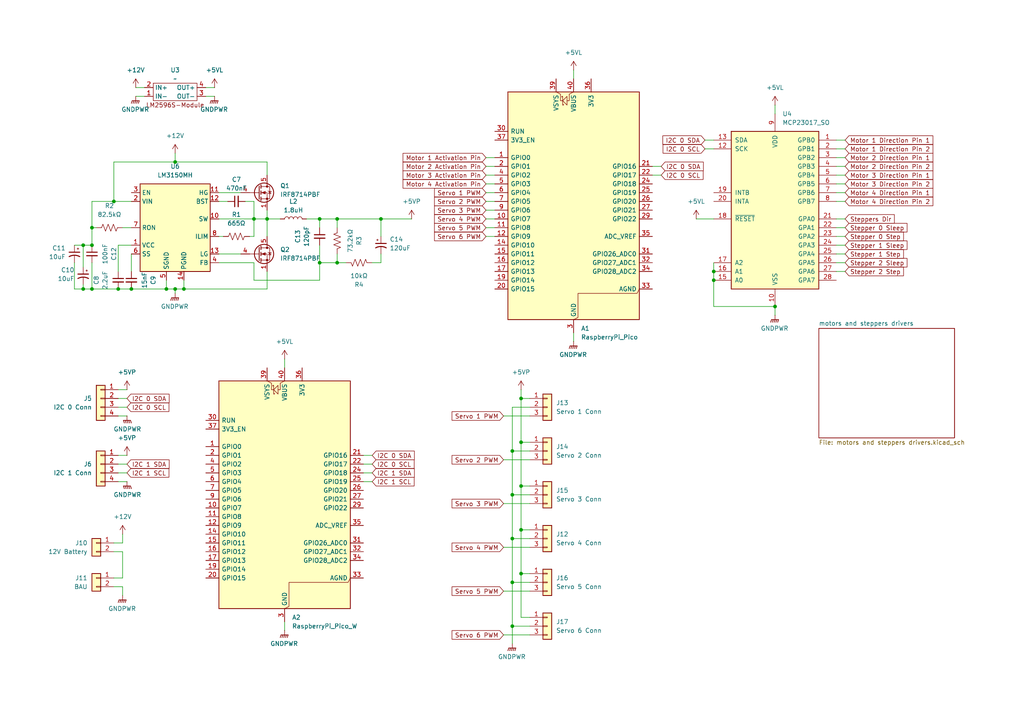
<source format=kicad_sch>
(kicad_sch (version 20250114) (generator "eeschema") (generator_version "9.0")
  (paper "A4")
  (lib_symbols
    (symbol "Connector_Generic:Conn_01x02" (pin_names (offset 1.016) (hide yes))
      (property "Reference" "J" (at 0 2.54 0))
      (property "Value" "Conn_01x02" (at 0 -5.08 0))
      (symbol "Conn_01x02_1_1"
        (rectangle (start -1.27 1.27) (end 1.27 -3.81) (stroke (width 0.254)) (fill (type background)))
        (rectangle (start -1.27 0.127) (end 0 -0.127) (stroke (width 0.1524)))
        (rectangle (start -1.27 -2.413) (end 0 -2.667) (stroke (width 0.1524)))
        (pin passive line (at -5.08 0 0) (length 3.81) (name "Pin_1") (number "1"))
        (pin passive line (at -5.08 -2.54 0) (length 3.81) (name "Pin_2") (number "2"))
      )
    )
    (symbol "Connector_Generic:Conn_01x03" (pin_names (offset 1.016) (hide yes))
      (property "Reference" "J" (at 0 5.08 0))
      (property "Value" "Conn_01x03" (at 0 -5.08 0))
      (symbol "Conn_01x03_1_1"
        (rectangle (start -1.27 3.81) (end 1.27 -3.81) (stroke (width 0.254)) (fill (type background)))
        (rectangle (start -1.27 2.667) (end 0 2.413) (stroke (width 0.1524)))
        (rectangle (start -1.27 0.127) (end 0 -0.127) (stroke (width 0.1524)))
        (rectangle (start -1.27 -2.413) (end 0 -2.667) (stroke (width 0.1524)))
        (pin passive line (at -5.08 2.54 0) (length 3.81) (name "Pin_1") (number "1"))
        (pin passive line (at -5.08 0 0) (length 3.81) (name "Pin_2") (number "2"))
        (pin passive line (at -5.08 -2.54 0) (length 3.81) (name "Pin_3") (number "3"))
      )
    )
    (symbol "Connector_Generic:Conn_01x04" (pin_names (offset 1.016) (hide yes))
      (property "Reference" "J" (at 0 5.08 0))
      (property "Value" "Conn_01x04" (at 0 -7.62 0))
      (symbol "Conn_01x04_1_1"
        (rectangle (start -1.27 3.81) (end 1.27 -6.35) (stroke (width 0.254)) (fill (type background)))
        (rectangle (start -1.27 2.667) (end 0 2.413) (stroke (width 0.1524)))
        (rectangle (start -1.27 0.127) (end 0 -0.127) (stroke (width 0.1524)))
        (rectangle (start -1.27 -2.413) (end 0 -2.667) (stroke (width 0.1524)))
        (rectangle (start -1.27 -4.953) (end 0 -5.207) (stroke (width 0.1524)))
        (pin passive line (at -5.08 2.54 0) (length 3.81) (name "Pin_1") (number "1"))
        (pin passive line (at -5.08 0 0) (length 3.81) (name "Pin_2") (number "2"))
        (pin passive line (at -5.08 -2.54 0) (length 3.81) (name "Pin_3") (number "3"))
        (pin passive line (at -5.08 -5.08 0) (length 3.81) (name "Pin_4") (number "4"))
      )
    )
    (symbol "Device:C_Polarized_Small_US" (pin_numbers (hide yes)) (pin_names (offset 0.254) (hide yes))
      (property "Reference" "C" (at 0.254 1.778 0))
      (property "Value" "C_Polarized_Small_US" (at 0.254 -2.032 0))
      (symbol "C_Polarized_Small_US_0_1"
        (polyline (pts (xy -1.524 0.508) (xy 1.524 0.508)) (stroke (width 0.3048)))
        (polyline (pts (xy -1.27 1.524) (xy -0.762 1.524)))
        (polyline (pts (xy -1.016 1.27) (xy -1.016 1.778)))
        (arc (start -1.524 -0.762) (mid 0 -0.3734) (end 1.524 -0.762) (stroke (width 0.3048)))
      )
      (symbol "C_Polarized_Small_US_1_1"
        (pin passive line (at 0 2.54 270) (length 2.032) (name "~") (number "1"))
        (pin passive line (at 0 -2.54 90) (length 2.032) (name "~") (number "2"))
      )
    )
    (symbol "Device:C_Small" (pin_numbers (hide yes)) (pin_names (offset 0.254) (hide yes))
      (property "Reference" "C" (at 0.254 1.778 0))
      (property "Value" "C_Small" (at 0.254 -2.032 0))
      (symbol "C_Small_0_1"
        (polyline (pts (xy -1.524 0.508) (xy 1.524 0.508)) (stroke (width 0.3048)))
        (polyline (pts (xy -1.524 -0.508) (xy 1.524 -0.508)) (stroke (width 0.3302)))
      )
      (symbol "C_Small_1_1"
        (pin passive line (at 0 2.54 270) (length 2.032) (name "~") (number "1"))
        (pin passive line (at 0 -2.54 90) (length 2.032) (name "~") (number "2"))
      )
    )
    (symbol "Device:L" (pin_numbers (hide yes)) (pin_names (offset 1.016) (hide yes))
      (property "Reference" "L" (at -1.27 0 90))
      (property "Value" "L" (at 1.905 0 90))
      (symbol "L_0_1"
        (arc (start 0 2.54) (mid 0.6323 1.905) (end 0 1.27))
        (arc (start 0 1.27) (mid 0.6323 0.635) (end 0 0))
        (arc (start 0 0) (mid 0.6323 -0.635) (end 0 -1.27))
        (arc (start 0 -1.27) (mid 0.6323 -1.905) (end 0 -2.54))
      )
      (symbol "L_1_1"
        (pin passive line (at 0 3.81 270) (length 1.27) (name "1") (number "1"))
        (pin passive line (at 0 -3.81 90) (length 1.27) (name "2") (number "2"))
      )
    )
    (symbol "Device:R_US" (pin_numbers (hide yes)) (pin_names (offset 0))
      (property "Reference" "R" (at 2.54 0 90))
      (property "Value" "R_US" (at -2.54 0 90))
      (symbol "R_US_0_1"
        (polyline (pts (xy 0 2.286) (xy 0 2.54)))
        (polyline (pts (xy 0 2.286) (xy 1.016 1.905) (xy 0 1.524) (xy -1.016 1.143) (xy 0 0.762)))
        (polyline (pts (xy 0 0.762) (xy 1.016 0.381) (xy 0 0) (xy -1.016 -0.381) (xy 0 -0.762)))
        (polyline (pts (xy 0 -0.762) (xy 1.016 -1.143) (xy 0 -1.524) (xy -1.016 -1.905) (xy 0 -2.286)))
        (polyline (pts (xy 0 -2.286) (xy 0 -2.54)))
      )
      (symbol "R_US_1_1"
        (pin passive line (at 0 3.81 270) (length 1.27) (name "~") (number "1"))
        (pin passive line (at 0 -3.81 90) (length 1.27) (name "~") (number "2"))
      )
    )
    (symbol "Interface_Expansion:MCP23017_SO" (pin_names (offset 1.016))
      (property "Reference" "U" (at -11.43 24.13 0))
      (property "Value" "MCP23017_SO" (at 0 0 0))
      (symbol "MCP23017_SO_0_1"
        (rectangle (start -12.7 22.86) (end 12.7 -22.86) (stroke (width 0.254)) (fill (type background)))
      )
      (symbol "MCP23017_SO_1_1"
        (pin bidirectional line (at -17.78 20.32 0) (length 5.08) (name "SDA") (number "13"))
        (pin input line (at -17.78 17.78 0) (length 5.08) (name "SCK") (number "12"))
        (pin tri_state line (at -17.78 5.08 0) (length 5.08) (name "INTB") (number "19"))
        (pin tri_state line (at -17.78 2.54 0) (length 5.08) (name "INTA") (number "20"))
        (pin input line (at -17.78 -2.54 0) (length 5.08) (name "~{RESET}") (number "18"))
        (pin input line (at -17.78 -15.24 0) (length 5.08) (name "A2") (number "17"))
        (pin input line (at -17.78 -17.78 0) (length 5.08) (name "A1") (number "16"))
        (pin input line (at -17.78 -20.32 0) (length 5.08) (name "A0") (number "15"))
        (pin no_connect line (at -12.7 15.24 0) (length 5.08) (hide yes) (name "NC") (number "11"))
        (pin no_connect line (at -12.7 12.7 0) (length 5.08) (hide yes) (name "NC") (number "14"))
        (pin power_in line (at 0 27.94 270) (length 5.08) (name "VDD") (number "9"))
        (pin power_in line (at 0 -27.94 90) (length 5.08) (name "VSS") (number "10"))
        (pin bidirectional line (at 17.78 20.32 180) (length 5.08) (name "GPB0") (number "1"))
        (pin bidirectional line (at 17.78 17.78 180) (length 5.08) (name "GPB1") (number "2"))
        (pin bidirectional line (at 17.78 15.24 180) (length 5.08) (name "GPB2") (number "3"))
        (pin bidirectional line (at 17.78 12.7 180) (length 5.08) (name "GPB3") (number "4"))
        (pin bidirectional line (at 17.78 10.16 180) (length 5.08) (name "GPB4") (number "5"))
        (pin bidirectional line (at 17.78 7.62 180) (length 5.08) (name "GPB5") (number "6"))
        (pin bidirectional line (at 17.78 5.08 180) (length 5.08) (name "GPB6") (number "7"))
        (pin output line (at 17.78 2.54 180) (length 5.08) (name "GPB7") (number "8"))
        (pin bidirectional line (at 17.78 -2.54 180) (length 5.08) (name "GPA0") (number "21"))
        (pin bidirectional line (at 17.78 -5.08 180) (length 5.08) (name "GPA1") (number "22"))
        (pin bidirectional line (at 17.78 -7.62 180) (length 5.08) (name "GPA2") (number "23"))
        (pin bidirectional line (at 17.78 -10.16 180) (length 5.08) (name "GPA3") (number "24"))
        (pin bidirectional line (at 17.78 -12.7 180) (length 5.08) (name "GPA4") (number "25"))
        (pin bidirectional line (at 17.78 -15.24 180) (length 5.08) (name "GPA5") (number "26"))
        (pin bidirectional line (at 17.78 -17.78 180) (length 5.08) (name "GPA6") (number "27"))
        (pin output line (at 17.78 -20.32 180) (length 5.08) (name "GPA7") (number "28"))
      )
    )
    (symbol "LM2596S-Module:LM2596S-Module"
      (property "Reference" "U" (at 0 3.556 0))
      (symbol "LM2596S-Module_0_1"
        (rectangle (start -6.35 2.54) (end 6.35 -2.54))
      )
      (symbol "LM2596S-Module_1_1"
        (text "LM2596S-Module" (at 0 -3.81 0) (effects (font (size 1.27 1.27))))
        (pin input line (at -8.89 1.27 0) (length 2.54) (name "IN+") (number "2"))
        (pin input line (at -8.89 -1.27 0) (length 2.54) (name "IN-") (number "1"))
        (pin input line (at 8.89 1.27 180) (length 2.54) (name "OUT+") (number "4"))
        (pin input line (at 8.89 -1.27 180) (length 2.54) (name "OUT-") (number "3"))
      )
    )
    (symbol "MCU_Module:RaspberryPi_Pico" (pin_names (offset 0.762))
      (property "Reference" "A" (at -19.05 35.56 0))
      (property "Value" "RaspberryPi_Pico" (at 7.62 35.56 0))
      (symbol "RaspberryPi_Pico_0_1"
        (rectangle (start -19.05 34.29) (end 19.05 -31.75) (stroke (width 0.254)) (fill (type background)))
        (polyline (pts (xy -5.08 34.29) (xy -3.81 33.655) (xy -3.81 31.75) (xy -3.175 31.75)))
        (polyline (pts (xy -3.429 32.766) (xy -3.429 33.02) (xy -3.175 33.02) (xy -3.175 30.48) (xy -2.921 30.48) (xy -2.921 30.734)))
        (polyline (pts (xy -3.175 31.75) (xy -1.905 33.02) (xy -1.905 30.48) (xy -3.175 31.75)))
        (polyline (pts (xy 0 34.29) (xy -1.27 33.655) (xy -1.27 31.75) (xy -1.905 31.75)))
        (polyline (pts (xy 0 -31.75) (xy 1.27 -31.115) (xy 1.27 -24.13) (xy 18.415 -24.13) (xy 19.05 -22.86)))
      )
      (symbol "RaspberryPi_Pico_1_1"
        (pin passive line (at -22.86 22.86 0) (length 3.81) (name "RUN") (number "30"))
        (pin passive line (at -22.86 20.32 0) (length 3.81) (name "3V3_EN") (number "37"))
        (pin bidirectional line (at -22.86 15.24 0) (length 3.81) (name "GPIO0") (number "1"))
        (pin bidirectional line (at -22.86 12.7 0) (length 3.81) (name "GPIO1") (number "2"))
        (pin bidirectional line (at -22.86 10.16 0) (length 3.81) (name "GPIO2") (number "4"))
        (pin bidirectional line (at -22.86 7.62 0) (length 3.81) (name "GPIO3") (number "5"))
        (pin bidirectional line (at -22.86 5.08 0) (length 3.81) (name "GPIO4") (number "6"))
        (pin bidirectional line (at -22.86 2.54 0) (length 3.81) (name "GPIO5") (number "7"))
        (pin bidirectional line (at -22.86 0 0) (length 3.81) (name "GPIO6") (number "9"))
        (pin bidirectional line (at -22.86 -2.54 0) (length 3.81) (name "GPIO7") (number "10"))
        (pin bidirectional line (at -22.86 -5.08 0) (length 3.81) (name "GPIO8") (number "11"))
        (pin bidirectional line (at -22.86 -7.62 0) (length 3.81) (name "GPIO9") (number "12"))
        (pin bidirectional line (at -22.86 -10.16 0) (length 3.81) (name "GPIO10") (number "14"))
        (pin bidirectional line (at -22.86 -12.7 0) (length 3.81) (name "GPIO11") (number "15"))
        (pin bidirectional line (at -22.86 -15.24 0) (length 3.81) (name "GPIO12") (number "16"))
        (pin bidirectional line (at -22.86 -17.78 0) (length 3.81) (name "GPIO13") (number "17"))
        (pin bidirectional line (at -22.86 -20.32 0) (length 3.81) (name "GPIO14") (number "19"))
        (pin bidirectional line (at -22.86 -22.86 0) (length 3.81) (name "GPIO15") (number "20"))
        (pin power_in line (at -5.08 38.1 270) (length 3.81) (name "VSYS") (number "39"))
        (pin power_out line (at 0 38.1 270) (length 3.81) (name "VBUS") (number "40"))
        (pin passive line (at 0 -35.56 90) (length 3.81) (hide yes) (name "GND") (number "13"))
        (pin passive line (at 0 -35.56 90) (length 3.81) (hide yes) (name "GND") (number "18"))
        (pin passive line (at 0 -35.56 90) (length 3.81) (hide yes) (name "GND") (number "23"))
        (pin passive line (at 0 -35.56 90) (length 3.81) (hide yes) (name "GND") (number "28"))
        (pin power_out line (at 0 -35.56 90) (length 3.81) (name "GND") (number "3"))
        (pin passive line (at 0 -35.56 90) (length 3.81) (hide yes) (name "GND") (number "38"))
        (pin passive line (at 0 -35.56 90) (length 3.81) (hide yes) (name "GND") (number "8"))
        (pin power_out line (at 5.08 38.1 270) (length 3.81) (name "3V3") (number "36"))
        (pin bidirectional line (at 22.86 12.7 180) (length 3.81) (name "GPIO16") (number "21"))
        (pin bidirectional line (at 22.86 10.16 180) (length 3.81) (name "GPIO17") (number "22"))
        (pin bidirectional line (at 22.86 7.62 180) (length 3.81) (name "GPIO18") (number "24"))
        (pin bidirectional line (at 22.86 5.08 180) (length 3.81) (name "GPIO19") (number "25"))
        (pin bidirectional line (at 22.86 2.54 180) (length 3.81) (name "GPIO20") (number "26"))
        (pin bidirectional line (at 22.86 0 180) (length 3.81) (name "GPIO21") (number "27"))
        (pin bidirectional line (at 22.86 -2.54 180) (length 3.81) (name "GPIO22") (number "29"))
        (pin power_in line (at 22.86 -7.62 180) (length 3.81) (name "ADC_VREF") (number "35"))
        (pin bidirectional line (at 22.86 -12.7 180) (length 3.81) (name "GPIO26_ADC0") (number "31"))
        (pin bidirectional line (at 22.86 -15.24 180) (length 3.81) (name "GPIO27_ADC1") (number "32"))
        (pin bidirectional line (at 22.86 -17.78 180) (length 3.81) (name "GPIO28_ADC2") (number "34"))
        (pin power_out line (at 22.86 -22.86 180) (length 3.81) (name "AGND") (number "33"))
      )
    )
    (symbol "MCU_Module:RaspberryPi_Pico_W" (pin_names (offset 0.762))
      (property "Reference" "A" (at -19.05 35.56 0))
      (property "Value" "RaspberryPi_Pico_W" (at 7.62 35.56 0))
      (symbol "RaspberryPi_Pico_W_0_1"
        (rectangle (start -19.05 34.29) (end 19.05 -31.75) (stroke (width 0.254)) (fill (type background)))
        (polyline (pts (xy -5.08 34.29) (xy -3.81 33.655) (xy -3.81 31.75) (xy -3.175 31.75)))
        (polyline (pts (xy -3.429 32.766) (xy -3.429 33.02) (xy -3.175 33.02) (xy -3.175 30.48) (xy -2.921 30.48) (xy -2.921 30.734)))
        (polyline (pts (xy -3.175 31.75) (xy -1.905 33.02) (xy -1.905 30.48) (xy -3.175 31.75)))
        (polyline (pts (xy 0 34.29) (xy -1.27 33.655) (xy -1.27 31.75) (xy -1.905 31.75)))
        (polyline (pts (xy 0 -31.75) (xy 1.27 -31.115) (xy 1.27 -24.13) (xy 18.415 -24.13) (xy 19.05 -22.86)))
      )
      (symbol "RaspberryPi_Pico_W_1_1"
        (pin passive line (at -22.86 22.86 0) (length 3.81) (name "RUN") (number "30"))
        (pin passive line (at -22.86 20.32 0) (length 3.81) (name "3V3_EN") (number "37"))
        (pin bidirectional line (at -22.86 15.24 0) (length 3.81) (name "GPIO0") (number "1"))
        (pin bidirectional line (at -22.86 12.7 0) (length 3.81) (name "GPIO1") (number "2"))
        (pin bidirectional line (at -22.86 10.16 0) (length 3.81) (name "GPIO2") (number "4"))
        (pin bidirectional line (at -22.86 7.62 0) (length 3.81) (name "GPIO3") (number "5"))
        (pin bidirectional line (at -22.86 5.08 0) (length 3.81) (name "GPIO4") (number "6"))
        (pin bidirectional line (at -22.86 2.54 0) (length 3.81) (name "GPIO5") (number "7"))
        (pin bidirectional line (at -22.86 0 0) (length 3.81) (name "GPIO6") (number "9"))
        (pin bidirectional line (at -22.86 -2.54 0) (length 3.81) (name "GPIO7") (number "10"))
        (pin bidirectional line (at -22.86 -5.08 0) (length 3.81) (name "GPIO8") (number "11"))
        (pin bidirectional line (at -22.86 -7.62 0) (length 3.81) (name "GPIO9") (number "12"))
        (pin bidirectional line (at -22.86 -10.16 0) (length 3.81) (name "GPIO10") (number "14"))
        (pin bidirectional line (at -22.86 -12.7 0) (length 3.81) (name "GPIO11") (number "15"))
        (pin bidirectional line (at -22.86 -15.24 0) (length 3.81) (name "GPIO12") (number "16"))
        (pin bidirectional line (at -22.86 -17.78 0) (length 3.81) (name "GPIO13") (number "17"))
        (pin bidirectional line (at -22.86 -20.32 0) (length 3.81) (name "GPIO14") (number "19"))
        (pin bidirectional line (at -22.86 -22.86 0) (length 3.81) (name "GPIO15") (number "20"))
        (pin power_in line (at -5.08 38.1 270) (length 3.81) (name "VSYS") (number "39"))
        (pin power_out line (at 0 38.1 270) (length 3.81) (name "VBUS") (number "40"))
        (pin passive line (at 0 -35.56 90) (length 3.81) (hide yes) (name "GND") (number "13"))
        (pin passive line (at 0 -35.56 90) (length 3.81) (hide yes) (name "GND") (number "18"))
        (pin passive line (at 0 -35.56 90) (length 3.81) (hide yes) (name "GND") (number "23"))
        (pin passive line (at 0 -35.56 90) (length 3.81) (hide yes) (name "GND") (number "28"))
        (pin power_out line (at 0 -35.56 90) (length 3.81) (name "GND") (number "3"))
        (pin passive line (at 0 -35.56 90) (length 3.81) (hide yes) (name "GND") (number "38"))
        (pin passive line (at 0 -35.56 90) (length 3.81) (hide yes) (name "GND") (number "8"))
        (pin power_out line (at 5.08 38.1 270) (length 3.81) (name "3V3") (number "36"))
        (pin bidirectional line (at 22.86 12.7 180) (length 3.81) (name "GPIO16") (number "21"))
        (pin bidirectional line (at 22.86 10.16 180) (length 3.81) (name "GPIO17") (number "22"))
        (pin bidirectional line (at 22.86 7.62 180) (length 3.81) (name "GPIO18") (number "24"))
        (pin bidirectional line (at 22.86 5.08 180) (length 3.81) (name "GPIO19") (number "25"))
        (pin bidirectional line (at 22.86 2.54 180) (length 3.81) (name "GPIO20") (number "26"))
        (pin bidirectional line (at 22.86 0 180) (length 3.81) (name "GPIO21") (number "27"))
        (pin bidirectional line (at 22.86 -2.54 180) (length 3.81) (name "GPIO22") (number "29"))
        (pin power_in line (at 22.86 -7.62 180) (length 3.81) (name "ADC_VREF") (number "35"))
        (pin bidirectional line (at 22.86 -12.7 180) (length 3.81) (name "GPIO26_ADC0") (number "31"))
        (pin bidirectional line (at 22.86 -15.24 180) (length 3.81) (name "GPIO27_ADC1") (number "32"))
        (pin bidirectional line (at 22.86 -17.78 180) (length 3.81) (name "GPIO28_ADC2") (number "34"))
        (pin power_out line (at 22.86 -22.86 180) (length 3.81) (name "AGND") (number "33"))
      )
    )
    (symbol "Regulator_Switching:LM3150MH"
      (property "Reference" "U" (at -10.16 13.97 0))
      (property "Value" "LM3150MH" (at 2.54 13.97 0))
      (symbol "LM3150MH_0_1"
        (rectangle (start -10.16 12.7) (end 10.16 -12.7) (stroke (width 0.254)) (fill (type background)))
      )
      (symbol "LM3150MH_1_1"
        (pin input line (at -12.7 10.16 0) (length 2.54) (name "EN") (number "3"))
        (pin power_in line (at -12.7 7.62 0) (length 2.54) (name "VIN") (number "2"))
        (pin input line (at -12.7 0 0) (length 2.54) (name "RON") (number "7"))
        (pin power_out line (at -12.7 -5.08 0) (length 2.54) (name "VCC") (number "1"))
        (pin passive line (at -12.7 -7.62 0) (length 2.54) (name "SS") (number "6"))
        (pin passive line (at -2.54 -15.24 90) (length 2.54) (hide yes) (name "SGND") (number "15"))
        (pin power_in line (at -2.54 -15.24 90) (length 2.54) (name "SGND") (number "5"))
        (pin passive line (at -2.54 -15.24 90) (length 2.54) (hide yes) (name "SGND") (number "9"))
        (pin power_in line (at 2.54 -15.24 90) (length 2.54) (name "PGND") (number "14"))
        (pin output line (at 12.7 10.16 180) (length 2.54) (name "HG") (number "11"))
        (pin passive line (at 12.7 7.62 180) (length 2.54) (name "BST") (number "12"))
        (pin output line (at 12.7 2.54 180) (length 2.54) (name "SW") (number "10"))
        (pin input line (at 12.7 -2.54 180) (length 2.54) (name "ILIM") (number "8"))
        (pin output line (at 12.7 -7.62 180) (length 2.54) (name "LG") (number "13"))
        (pin input line (at 12.7 -10.16 180) (length 2.54) (name "FB") (number "4"))
      )
    )
    (symbol "Transistor_FET:IRF8721PBF-1" (pin_names (hide yes))
      (property "Reference" "Q" (at 5.08 2.54 0))
      (property "Value" "IRF8721PBF-1" (at 5.08 0 0))
      (symbol "IRF8721PBF-1_0_1"
        (polyline (pts (xy 0.254 1.905) (xy 0.254 -1.905)) (stroke (width 0.254)))
        (polyline (pts (xy 0.254 0) (xy -2.54 0)))
        (polyline (pts (xy 0.762 2.286) (xy 0.762 1.27)) (stroke (width 0.254)))
        (polyline (pts (xy 0.762 0.508) (xy 0.762 -0.508)) (stroke (width 0.254)))
        (polyline (pts (xy 0.762 -1.27) (xy 0.762 -2.286)) (stroke (width 0.254)))
        (polyline (pts (xy 0.762 -1.778) (xy 3.302 -1.778) (xy 3.302 1.778) (xy 0.762 1.778)))
        (polyline (pts (xy 1.016 0) (xy 2.032 0.381) (xy 2.032 -0.381) (xy 1.016 0)) (fill (type outline)))
        (circle (center 1.651 0) (radius 2.794) (stroke (width 0.254)))
        (polyline (pts (xy 2.54 2.54) (xy 2.54 1.778)))
        (circle (center 2.54 1.778) (radius 0.254) (fill (type outline)))
        (circle (center 2.54 -1.778) (radius 0.254) (fill (type outline)))
        (polyline (pts (xy 2.54 -2.54) (xy 2.54 0) (xy 0.762 0)))
        (polyline (pts (xy 2.794 0.508) (xy 2.921 0.381) (xy 3.683 0.381) (xy 3.81 0.254)))
        (polyline (pts (xy 3.302 0.381) (xy 2.921 -0.254) (xy 3.683 -0.254) (xy 3.302 0.381)))
      )
      (symbol "IRF8721PBF-1_1_1"
        (pin input line (at -5.08 0 0) (length 2.54) (name "G") (number "4"))
        (pin passive line (at 2.54 5.08 270) (length 2.54) (name "D") (number "5"))
        (pin passive line (at 2.54 5.08 270) (length 2.54) (hide yes) (name "D") (number "6"))
        (pin passive line (at 2.54 5.08 270) (length 2.54) (hide yes) (name "D") (number "7"))
        (pin passive line (at 2.54 5.08 270) (length 2.54) (hide yes) (name "D") (number "8"))
        (pin passive line (at 2.54 -5.08 90) (length 2.54) (name "S") (number "1"))
        (pin passive line (at 2.54 -5.08 90) (length 2.54) (hide yes) (name "S") (number "2"))
        (pin passive line (at 2.54 -5.08 90) (length 2.54) (hide yes) (name "S") (number "3"))
      )
    )
    (symbol "power:+12V" (power) (pin_numbers (hide yes)) (pin_names (offset 0) (hide yes))
      (property "Value" "+12V" (at 0 3.556 0))
      (symbol "+12V_0_1"
        (polyline (pts (xy -0.762 1.27) (xy 0 2.54)))
        (polyline (pts (xy 0 2.54) (xy 0.762 1.27)))
        (polyline (pts (xy 0 0) (xy 0 2.54)))
      )
      (symbol "+12V_1_1"
        (pin power_in line (at 0 0 90) (length 0) (name "~") (number "1"))
      )
    )
    (symbol "power:+5VL" (power) (pin_numbers (hide yes)) (pin_names (offset 0) (hide yes))
      (property "Value" "+5VL" (at 0 3.556 0))
      (symbol "+5VL_0_1"
        (polyline (pts (xy -0.762 1.27) (xy 0 2.54)))
        (polyline (pts (xy 0 2.54) (xy 0.762 1.27)))
        (polyline (pts (xy 0 0) (xy 0 2.54)))
      )
      (symbol "+5VL_1_1"
        (pin power_in line (at 0 0 90) (length 0) (name "~") (number "1"))
      )
    )
    (symbol "power:+5VP" (power) (pin_numbers (hide yes)) (pin_names (offset 0) (hide yes))
      (property "Value" "+5VP" (at 0 3.556 0))
      (symbol "+5VP_0_1"
        (polyline (pts (xy -0.762 1.27) (xy 0 2.54)))
        (polyline (pts (xy 0 2.54) (xy 0.762 1.27)))
        (polyline (pts (xy 0 0) (xy 0 2.54)))
      )
      (symbol "+5VP_1_1"
        (pin power_in line (at 0 0 90) (length 0) (name "~") (number "1"))
      )
    )
    (symbol "power:GNDPWR" (power) (pin_numbers (hide yes)) (pin_names (offset 0) (hide yes))
      (property "Value" "GNDPWR" (at 0 -3.302 0))
      (symbol "GNDPWR_0_1"
        (polyline (pts (xy -1.016 -1.27) (xy -1.27 -2.032) (xy -1.27 -2.032)) (stroke (width 0.2032)))
        (polyline (pts (xy -0.508 -1.27) (xy -0.762 -2.032) (xy -0.762 -2.032)) (stroke (width 0.2032)))
        (polyline (pts (xy 0 -1.27) (xy 0 0)))
        (polyline (pts (xy 0 -1.27) (xy -0.254 -2.032) (xy -0.254 -2.032)) (stroke (width 0.2032)))
        (polyline (pts (xy 0.508 -1.27) (xy 0.254 -2.032) (xy 0.254 -2.032)) (stroke (width 0.2032)))
        (polyline (pts (xy 1.016 -1.27) (xy -1.016 -1.27) (xy -1.016 -1.27)) (stroke (width 0.2032)))
        (polyline (pts (xy 1.016 -1.27) (xy 0.762 -2.032) (xy 0.762 -2.032) (xy 0.762 -2.032)) (stroke (width 0.2032)))
      )
      (symbol "GNDPWR_1_1"
        (pin power_in line (at 0 0 270) (length 0) (name "~") (number "1"))
      )
    )
  )
  (junction (at 26.67 66.04))
  (junction (at 224.79 88.9))
  (junction (at 50.8 83.82))
  (junction (at 38.1 83.82))
  (junction (at 48.26 83.82))
  (junction (at 207.01 81.28))
  (junction (at 34.29 83.82))
  (junction (at 151.13 115.57))
  (junction (at 151.13 166.37))
  (junction (at 110.49 63.5))
  (junction (at 53.34 83.82))
  (junction (at 73.66 63.5))
  (junction (at 207.01 78.74))
  (junction (at 77.47 63.5))
  (junction (at 33.02 58.42))
  (junction (at 26.67 71.12))
  (junction (at 148.59 130.81))
  (junction (at 97.79 76.2))
  (junction (at 24.13 71.12))
  (junction (at 50.8 46.99))
  (junction (at 151.13 153.67))
  (junction (at 92.71 63.5))
  (junction (at 151.13 140.97))
  (junction (at 148.59 156.21))
  (junction (at 148.59 168.91))
  (junction (at 26.67 83.82))
  (junction (at 24.13 83.82))
  (junction (at 151.13 128.27))
  (junction (at 97.79 63.5))
  (junction (at 92.71 76.2))
  (junction (at 148.59 143.51))
  (junction (at 148.59 181.61))
  (wire (pts (xy 207.01 76.2) (xy 207.01 78.74)))
  (wire (pts (xy 148.59 130.81) (xy 148.59 143.51)))
  (wire (pts (xy 77.47 60.96) (xy 77.47 63.5)))
  (wire (pts (xy 204.47 40.64) (xy 207.01 40.64)))
  (wire (pts (xy 151.13 128.27) (xy 153.67 128.27)))
  (wire (pts (xy 26.67 66.04) (xy 27.94 66.04)))
  (wire (pts (xy 151.13 179.07) (xy 153.67 179.07)))
  (wire (pts (xy 72.39 68.58) (xy 73.66 68.58)))
  (wire (pts (xy 34.29 118.11) (xy 36.83 118.11)))
  (wire (pts (xy 245.11 43.18) (xy 242.57 43.18)))
  (wire (pts (xy 245.11 50.8) (xy 242.57 50.8)))
  (wire (pts (xy 34.29 115.57) (xy 36.83 115.57)))
  (wire (pts (xy 63.5 58.42) (xy 66.04 58.42)))
  (wire (pts (xy 33.02 170.18) (xy 35.56 170.18)))
  (wire (pts (xy 24.13 82.55) (xy 24.13 83.82)))
  (wire (pts (xy 26.67 58.42) (xy 26.67 66.04)))
  (wire (pts (xy 148.59 130.81) (xy 153.67 130.81)))
  (wire (pts (xy 166.37 96.52) (xy 166.37 99.06)))
  (wire (pts (xy 35.56 154.94) (xy 35.56 157.48)))
  (wire (pts (xy 245.11 68.58) (xy 242.57 68.58)))
  (wire (pts (xy 140.97 48.26) (xy 143.51 48.26)))
  (wire (pts (xy 146.05 184.15) (xy 153.67 184.15)))
  (wire (pts (xy 245.11 66.04) (xy 242.57 66.04)))
  (wire (pts (xy 21.59 83.82) (xy 24.13 83.82)))
  (wire (pts (xy 148.59 168.91) (xy 148.59 181.61)))
  (wire (pts (xy 148.59 118.11) (xy 148.59 130.81)))
  (wire (pts (xy 140.97 58.42) (xy 143.51 58.42)))
  (wire (pts (xy 146.05 158.75) (xy 153.67 158.75)))
  (wire (pts (xy 151.13 140.97) (xy 151.13 153.67)))
  (wire (pts (xy 201.93 63.5) (xy 207.01 63.5)))
  (wire (pts (xy 148.59 168.91) (xy 153.67 168.91)))
  (wire (pts (xy 110.49 68.58) (xy 110.49 63.5)))
  (wire (pts (xy 33.02 157.48) (xy 35.56 157.48)))
  (wire (pts (xy 110.49 76.2) (xy 107.95 76.2)))
  (wire (pts (xy 73.66 63.5) (xy 73.66 68.58)))
  (wire (pts (xy 77.47 63.5) (xy 81.28 63.5)))
  (wire (pts (xy 166.37 20.32) (xy 166.37 22.86)))
  (wire (pts (xy 24.13 71.12) (xy 26.67 71.12)))
  (wire (pts (xy 50.8 46.99) (xy 33.02 46.99)))
  (wire (pts (xy 38.1 83.82) (xy 48.26 83.82)))
  (wire (pts (xy 82.55 180.34) (xy 82.55 182.88)))
  (wire (pts (xy 88.9 63.5) (xy 92.71 63.5)))
  (wire (pts (xy 146.05 146.05) (xy 153.67 146.05)))
  (wire (pts (xy 24.13 77.47) (xy 24.13 71.12)))
  (wire (pts (xy 224.79 30.48) (xy 224.79 33.02)))
  (wire (pts (xy 73.66 63.5) (xy 77.47 63.5)))
  (wire (pts (xy 59.69 27.94) (xy 62.23 27.94)))
  (wire (pts (xy 77.47 63.5) (xy 77.47 68.58)))
  (wire (pts (xy 110.49 73.66) (xy 110.49 76.2)))
  (wire (pts (xy 73.66 76.2) (xy 63.5 76.2)))
  (wire (pts (xy 245.11 76.2) (xy 242.57 76.2)))
  (wire (pts (xy 146.05 120.65) (xy 153.67 120.65)))
  (wire (pts (xy 146.05 133.35) (xy 153.67 133.35)))
  (wire (pts (xy 35.56 160.02) (xy 35.56 167.64)))
  (wire (pts (xy 33.02 46.99) (xy 33.02 58.42)))
  (wire (pts (xy 77.47 83.82) (xy 53.34 83.82)))
  (wire (pts (xy 151.13 153.67) (xy 153.67 153.67)))
  (wire (pts (xy 97.79 76.2) (xy 100.33 76.2)))
  (wire (pts (xy 148.59 156.21) (xy 148.59 168.91)))
  (wire (pts (xy 151.13 115.57) (xy 151.13 128.27)))
  (wire (pts (xy 105.41 137.16) (xy 107.95 137.16)))
  (wire (pts (xy 38.1 73.66) (xy 38.1 78.74)))
  (wire (pts (xy 77.47 78.74) (xy 77.47 83.82)))
  (wire (pts (xy 36.83 139.7) (xy 34.29 139.7)))
  (wire (pts (xy 77.47 50.8) (xy 77.47 46.99)))
  (wire (pts (xy 224.79 88.9) (xy 224.79 91.44)))
  (wire (pts (xy 151.13 166.37) (xy 153.67 166.37)))
  (wire (pts (xy 26.67 66.04) (xy 26.67 71.12)))
  (wire (pts (xy 151.13 128.27) (xy 151.13 140.97)))
  (wire (pts (xy 82.55 104.14) (xy 82.55 106.68)))
  (wire (pts (xy 34.29 137.16) (xy 36.83 137.16)))
  (wire (pts (xy 148.59 181.61) (xy 153.67 181.61)))
  (wire (pts (xy 207.01 81.28) (xy 207.01 88.9)))
  (wire (pts (xy 92.71 63.5) (xy 92.71 66.04)))
  (wire (pts (xy 110.49 63.5) (xy 119.38 63.5)))
  (wire (pts (xy 33.02 58.42) (xy 38.1 58.42)))
  (wire (pts (xy 148.59 143.51) (xy 148.59 156.21)))
  (wire (pts (xy 77.47 46.99) (xy 50.8 46.99)))
  (wire (pts (xy 140.97 63.5) (xy 143.51 63.5)))
  (wire (pts (xy 140.97 50.8) (xy 143.51 50.8)))
  (wire (pts (xy 207.01 78.74) (xy 207.01 81.28)))
  (wire (pts (xy 148.59 118.11) (xy 153.67 118.11)))
  (wire (pts (xy 35.56 160.02) (xy 33.02 160.02)))
  (wire (pts (xy 148.59 156.21) (xy 153.67 156.21)))
  (wire (pts (xy 140.97 68.58) (xy 143.51 68.58)))
  (wire (pts (xy 107.95 132.08) (xy 105.41 132.08)))
  (wire (pts (xy 92.71 63.5) (xy 97.79 63.5)))
  (wire (pts (xy 151.13 115.57) (xy 153.67 115.57)))
  (wire (pts (xy 92.71 81.28) (xy 92.71 76.2)))
  (wire (pts (xy 73.66 76.2) (xy 73.66 81.28)))
  (wire (pts (xy 34.29 71.12) (xy 38.1 71.12)))
  (wire (pts (xy 148.59 181.61) (xy 148.59 186.69)))
  (wire (pts (xy 35.56 66.04) (xy 38.1 66.04)))
  (wire (pts (xy 245.11 58.42) (xy 242.57 58.42)))
  (wire (pts (xy 26.67 83.82) (xy 34.29 83.82)))
  (wire (pts (xy 245.11 48.26) (xy 242.57 48.26)))
  (wire (pts (xy 92.71 76.2) (xy 97.79 76.2)))
  (wire (pts (xy 48.26 81.28) (xy 48.26 83.82)))
  (wire (pts (xy 36.83 113.03) (xy 34.29 113.03)))
  (wire (pts (xy 50.8 83.82) (xy 53.34 83.82)))
  (wire (pts (xy 245.11 53.34) (xy 242.57 53.34)))
  (wire (pts (xy 151.13 166.37) (xy 151.13 179.07)))
  (wire (pts (xy 207.01 88.9) (xy 224.79 88.9)))
  (wire (pts (xy 245.11 55.88) (xy 242.57 55.88)))
  (wire (pts (xy 35.56 167.64) (xy 33.02 167.64)))
  (wire (pts (xy 204.47 43.18) (xy 207.01 43.18)))
  (wire (pts (xy 107.95 134.62) (xy 105.41 134.62)))
  (wire (pts (xy 21.59 71.12) (xy 24.13 71.12)))
  (wire (pts (xy 34.29 78.74) (xy 34.29 71.12)))
  (wire (pts (xy 151.13 113.03) (xy 151.13 115.57)))
  (wire (pts (xy 140.97 55.88) (xy 143.51 55.88)))
  (wire (pts (xy 36.83 132.08) (xy 34.29 132.08)))
  (wire (pts (xy 59.69 25.4) (xy 62.23 25.4)))
  (wire (pts (xy 97.79 76.2) (xy 97.79 73.66)))
  (wire (pts (xy 92.71 71.12) (xy 92.71 76.2)))
  (wire (pts (xy 245.11 71.12) (xy 242.57 71.12)))
  (wire (pts (xy 151.13 153.67) (xy 151.13 166.37)))
  (wire (pts (xy 189.23 48.26) (xy 191.77 48.26)))
  (wire (pts (xy 34.29 134.62) (xy 36.83 134.62)))
  (wire (pts (xy 73.66 58.42) (xy 73.66 63.5)))
  (wire (pts (xy 245.11 73.66) (xy 242.57 73.66)))
  (wire (pts (xy 21.59 76.2) (xy 21.59 83.82)))
  (wire (pts (xy 189.23 50.8) (xy 191.77 50.8)))
  (wire (pts (xy 151.13 140.97) (xy 153.67 140.97)))
  (wire (pts (xy 140.97 53.34) (xy 143.51 53.34)))
  (wire (pts (xy 24.13 83.82) (xy 26.67 83.82)))
  (wire (pts (xy 26.67 58.42) (xy 33.02 58.42)))
  (wire (pts (xy 39.37 27.94) (xy 41.91 27.94)))
  (wire (pts (xy 50.8 44.45) (xy 50.8 46.99)))
  (wire (pts (xy 140.97 45.72) (xy 143.51 45.72)))
  (wire (pts (xy 50.8 83.82) (xy 50.8 85.09)))
  (wire (pts (xy 35.56 170.18) (xy 35.56 172.72)))
  (wire (pts (xy 63.5 63.5) (xy 73.66 63.5)))
  (wire (pts (xy 48.26 83.82) (xy 50.8 83.82)))
  (wire (pts (xy 36.83 120.65) (xy 34.29 120.65)))
  (wire (pts (xy 146.05 171.45) (xy 153.67 171.45)))
  (wire (pts (xy 245.11 40.64) (xy 242.57 40.64)))
  (wire (pts (xy 53.34 81.28) (xy 53.34 83.82)))
  (wire (pts (xy 71.12 58.42) (xy 73.66 58.42)))
  (wire (pts (xy 39.37 25.4) (xy 41.91 25.4)))
  (wire (pts (xy 140.97 60.96) (xy 143.51 60.96)))
  (wire (pts (xy 73.66 81.28) (xy 92.71 81.28)))
  (wire (pts (xy 63.5 68.58) (xy 64.77 68.58)))
  (wire (pts (xy 148.59 143.51) (xy 153.67 143.51)))
  (wire (pts (xy 34.29 83.82) (xy 38.1 83.82)))
  (wire (pts (xy 245.11 45.72) (xy 242.57 45.72)))
  (wire (pts (xy 97.79 66.04) (xy 97.79 63.5)))
  (wire (pts (xy 63.5 55.88) (xy 69.85 55.88)))
  (wire (pts (xy 245.11 78.74) (xy 242.57 78.74)))
  (wire (pts (xy 245.11 63.5) (xy 242.57 63.5)))
  (wire (pts (xy 26.67 76.2) (xy 26.67 83.82)))
  (wire (pts (xy 63.5 73.66) (xy 69.85 73.66)))
  (wire (pts (xy 140.97 66.04) (xy 143.51 66.04)))
  (wire (pts (xy 105.41 139.7) (xy 107.95 139.7)))
  (wire (pts (xy 97.79 63.5) (xy 110.49 63.5)))
  (global_label "Motor 4 Activation Pin" (shape input) (at 140.97 53.34 180) (property "Intersheetrefs" "${INTERSHEET_REFS}" (effects (hide yes))))
  (global_label "Motor 3 Activation Pin" (shape input) (at 140.97 50.8 180) (property "Intersheetrefs" "${INTERSHEET_REFS}" (effects (hide yes))))
  (global_label "Motor 2 Direction Pin 2" (shape input) (at 245.11 48.26 0) (property "Intersheetrefs" "${INTERSHEET_REFS}" (effects (hide yes))))
  (global_label "I2C 0 SDA" (shape input) (at 204.47 40.64 180) (property "Intersheetrefs" "${INTERSHEET_REFS}" (effects (hide yes))))
  (global_label "Servo 2 PWM" (shape input) (at 146.05 133.35 180) (property "Intersheetrefs" "${INTERSHEET_REFS}" (effects (hide yes))))
  (global_label "Stepper 1 Sleep" (shape input) (at 245.11 71.12 0) (property "Intersheetrefs" "${INTERSHEET_REFS}" (effects (hide yes))))
  (global_label "I2C 1 SCL" (shape input) (at 36.83 137.16 0) (property "Intersheetrefs" "${INTERSHEET_REFS}" (effects (hide yes))))
  (global_label "Servo 6 PWM" (shape input) (at 140.97 68.58 180) (property "Intersheetrefs" "${INTERSHEET_REFS}" (effects (hide yes))))
  (global_label "Motor 3 Direction Pin 1" (shape input) (at 245.11 50.8 0) (property "Intersheetrefs" "${INTERSHEET_REFS}" (effects (hide yes))))
  (global_label "Servo 3 PWM" (shape input) (at 146.05 146.05 180) (property "Intersheetrefs" "${INTERSHEET_REFS}" (effects (hide yes))))
  (global_label "I2C 0 SDA" (shape input) (at 107.95 132.08 0) (property "Intersheetrefs" "${INTERSHEET_REFS}" (effects (hide yes))))
  (global_label "Motor 1 Direction Pin 1" (shape input) (at 245.11 40.64 0) (property "Intersheetrefs" "${INTERSHEET_REFS}" (effects (hide yes))))
  (global_label "Servo 5 PWM" (shape input) (at 146.05 171.45 180) (property "Intersheetrefs" "${INTERSHEET_REFS}" (effects (hide yes))))
  (global_label "Servo 4 PWM" (shape input) (at 146.05 158.75 180) (property "Intersheetrefs" "${INTERSHEET_REFS}" (effects (hide yes))))
  (global_label "Motor 4 Direction Pin 1" (shape input) (at 245.11 55.88 0) (property "Intersheetrefs" "${INTERSHEET_REFS}" (effects (hide yes))))
  (global_label "Motor 4 Direction Pin 2" (shape input) (at 245.11 58.42 0) (property "Intersheetrefs" "${INTERSHEET_REFS}" (effects (hide yes))))
  (global_label "I2C 0 SCL" (shape input) (at 191.77 50.8 0) (property "Intersheetrefs" "${INTERSHEET_REFS}" (effects (hide yes))))
  (global_label "I2C 1 SDA" (shape input) (at 36.83 134.62 0) (property "Intersheetrefs" "${INTERSHEET_REFS}" (effects (hide yes))))
  (global_label "Motor 1 Activation Pin" (shape input) (at 140.97 45.72 180) (property "Intersheetrefs" "${INTERSHEET_REFS}" (effects (hide yes))))
  (global_label "Stepper 2 Step" (shape input) (at 245.11 78.74 0) (property "Intersheetrefs" "${INTERSHEET_REFS}" (effects (hide yes))))
  (global_label "Servo 6 PWM" (shape input) (at 146.05 184.15 180) (property "Intersheetrefs" "${INTERSHEET_REFS}" (effects (hide yes))))
  (global_label "I2C 0 SCL" (shape input) (at 36.83 118.11 0) (property "Intersheetrefs" "${INTERSHEET_REFS}" (effects (hide yes))))
  (global_label "Stepper 1 Step" (shape input) (at 245.11 73.66 0) (property "Intersheetrefs" "${INTERSHEET_REFS}" (effects (hide yes))))
  (global_label "I2C 1 SDA" (shape input) (at 107.95 137.16 0) (property "Intersheetrefs" "${INTERSHEET_REFS}" (effects (hide yes))))
  (global_label "Motor 3 Direction Pin 2" (shape input) (at 245.11 53.34 0) (property "Intersheetrefs" "${INTERSHEET_REFS}" (effects (hide yes))))
  (global_label "Servo 4 PWM" (shape input) (at 140.97 63.5 180) (property "Intersheetrefs" "${INTERSHEET_REFS}" (effects (hide yes))))
  (global_label "I2C 0 SCL" (shape input) (at 204.47 43.18 180) (property "Intersheetrefs" "${INTERSHEET_REFS}" (effects (hide yes))))
  (global_label "I2C 0 SDA" (shape input) (at 191.77 48.26 0) (property "Intersheetrefs" "${INTERSHEET_REFS}" (effects (hide yes))))
  (global_label "I2C 1 SCL" (shape input) (at 107.95 139.7 0) (property "Intersheetrefs" "${INTERSHEET_REFS}" (effects (hide yes))))
  (global_label "Servo 1 PWM" (shape input) (at 140.97 55.88 180) (property "Intersheetrefs" "${INTERSHEET_REFS}" (effects (hide yes))))
  (global_label "Servo 5 PWM" (shape input) (at 140.97 66.04 180) (property "Intersheetrefs" "${INTERSHEET_REFS}" (effects (hide yes))))
  (global_label "Motor 2 Activation Pin" (shape input) (at 140.97 48.26 180) (property "Intersheetrefs" "${INTERSHEET_REFS}" (effects (hide yes))))
  (global_label "I2C 0 SDA" (shape input) (at 36.83 115.57 0) (property "Intersheetrefs" "${INTERSHEET_REFS}" (effects (hide yes))))
  (global_label "Servo 3 PWM" (shape input) (at 140.97 60.96 180) (property "Intersheetrefs" "${INTERSHEET_REFS}" (effects (hide yes))))
  (global_label "Motor 2 Direction Pin 1" (shape input) (at 245.11 45.72 0) (property "Intersheetrefs" "${INTERSHEET_REFS}" (effects (hide yes))))
  (global_label "Stepper 0 Sleep" (shape input) (at 245.11 66.04 0) (property "Intersheetrefs" "${INTERSHEET_REFS}" (effects (hide yes))))
  (global_label "Stepper 0 Step" (shape input) (at 245.11 68.58 0) (property "Intersheetrefs" "${INTERSHEET_REFS}" (effects (hide yes))))
  (global_label "Motor 1 Direction Pin 2" (shape input) (at 245.11 43.18 0) (property "Intersheetrefs" "${INTERSHEET_REFS}" (effects (hide yes))))
  (global_label "I2C 0 SCL" (shape input) (at 107.95 134.62 0) (property "Intersheetrefs" "${INTERSHEET_REFS}" (effects (hide yes))))
  (global_label "Steppers Dir" (shape input) (at 245.11 63.5 0) (property "Intersheetrefs" "${INTERSHEET_REFS}" (effects (hide yes))))
  (global_label "Servo 1 PWM" (shape input) (at 146.05 120.65 180) (property "Intersheetrefs" "${INTERSHEET_REFS}" (effects (hide yes))))
  (global_label "Servo 2 PWM" (shape input) (at 140.97 58.42 180) (property "Intersheetrefs" "${INTERSHEET_REFS}" (effects (hide yes))))
  (global_label "Stepper 2 Sleep" (shape input) (at 245.11 76.2 0) (property "Intersheetrefs" "${INTERSHEET_REFS}" (effects (hide yes))))
  (symbol (lib_id "Device:C_Polarized_Small_US") (at 21.59 73.66 0) (mirror y) (unit 1)
    (property "Reference" "C11" (at 19.05 71.9581 0) (effects (justify left)))
    (property "Value" "10uF" (at 19.05 74.4981 0) (effects (justify left)))
    (property "Footprint" "Capacitor_THT:CP_Radial_D5.0mm_P2.50mm" (effects (hide yes)))
    (property "Description" "Polarized capacitor, small US symbol" (effects (hide yes)))
  )
  (symbol (lib_id "Connector_Generic:Conn_01x03") (at 158.75 130.81 0) (unit 1)
    (property "Reference" "J14" (at 161.29 129.5399 0) (effects (justify left)))
    (property "Value" "Servo 2 Conn" (at 161.29 132.0799 0) (effects (justify left)))
    (property "Footprint" "Connector_PinHeader_2.54mm:PinHeader_1x03_P2.54mm_Vertical" (effects (hide yes)))
    (property "Description" "Generic connector, single row, 01x03, script generated (kicad-library-utils/schlib/autogen/connector/)" (effects (hide yes)))
  )
  (symbol (lib_id "Connector_Generic:Conn_01x02") (at 27.94 157.48 0) (mirror y) (unit 1)
    (property "Reference" "J10" (at 25.4 157.4799 0) (effects (justify left)))
    (property "Value" "12V Battery" (at 25.4 160.0199 0) (effects (justify left)))
    (property "Footprint" "Connector_PinHeader_2.54mm:PinHeader_1x02_P2.54mm_Vertical" (effects (hide yes)))
    (property "Description" "Generic connector, single row, 01x02, script generated (kicad-library-utils/schlib/autogen/connector/)" (effects (hide yes)))
  )
  (symbol (lib_id "power:+5VL") (at 82.55 104.14 0) (unit 1)
    (property "Reference" "#PWR038" (effects (hide yes)))
    (property "Value" "+5VL" (at 82.55 99.06 0))
    (property "Description" "Power symbol creates a global label with name \"+5VL\"" (effects (hide yes)))
  )
  (symbol (lib_id "Connector_Generic:Conn_01x04") (at 29.21 134.62 0) (mirror y) (unit 1)
    (property "Reference" "J6" (at 26.67 134.6199 0) (effects (justify left)))
    (property "Value" "I2C 1 Conn" (at 26.67 137.1599 0) (effects (justify left)))
    (property "Footprint" "Connector_PinHeader_2.54mm:PinHeader_1x04_P2.54mm_Vertical" (effects (hide yes)))
    (property "Description" "Generic connector, single row, 01x04, script generated (kicad-library-utils/schlib/autogen/connector/)" (effects (hide yes)))
  )
  (symbol (lib_id "power:GNDPWR") (at 148.59 186.69 0) (unit 1)
    (property "Reference" "#PWR043" (effects (hide yes)))
    (property "Value" "GNDPWR" (at 148.463 190.5 0))
    (property "Description" "Power symbol creates a global label with name \"GNDPWR\" , global ground" (effects (hide yes)))
  )
  (symbol (lib_id "power:+5VP") (at 36.83 113.03 0) (mirror y) (unit 1)
    (property "Reference" "#PWR021" (effects (hide yes)))
    (property "Value" "+5VP" (at 36.83 107.95 0))
    (property "Description" "Power symbol creates a global label with name \"+5VP\"" (effects (hide yes)))
  )
  (symbol (lib_id "Transistor_FET:IRF8721PBF-1") (at 74.93 73.66 0) (unit 1)
    (property "Reference" "Q2" (at 81.28 72.3899 0) (effects (justify left)))
    (property "Value" "IRF8714PBF" (at 81.28 74.9299 0) (effects (justify left)))
    (property "Footprint" "Package_SO:SOIC-8_3.9x4.9mm_P1.27mm" (effects (hide yes)))
    (property "Datasheet" "http://www.irf.com/product-info/datasheets/data/irf8721pbf-1.pdf" (effects (hide yes)))
    (property "Description" "14A Id, 30V Vds, HEXFET N-Channel MOSFET, SO-8" (effects (hide yes)))
  )
  (symbol (lib_id "power:GNDPWR") (at 36.83 139.7 0) (mirror y) (unit 1)
    (property "Reference" "#PWR024" (effects (hide yes)))
    (property "Value" "GNDPWR" (at 36.957 143.51 0))
    (property "Description" "Power symbol creates a global label with name \"GNDPWR\" , global ground" (effects (hide yes)))
  )
  (symbol (lib_id "Connector_Generic:Conn_01x02") (at 27.94 167.64 0) (mirror y) (unit 1)
    (property "Reference" "J11" (at 25.4 167.6399 0) (effects (justify left)))
    (property "Value" "BAU" (at 25.4 170.1799 0) (effects (justify left)))
    (property "Footprint" "Connector_PinHeader_2.54mm:PinHeader_1x02_P2.54mm_Vertical" (effects (hide yes)))
    (property "Description" "Generic connector, single row, 01x02, script generated (kicad-library-utils/schlib/autogen/connector/)" (effects (hide yes)))
  )
  (symbol (lib_id "Device:C_Polarized_Small_US") (at 24.13 80.01 0) (mirror y) (unit 1)
    (property "Reference" "C10" (at 21.59 78.3081 0) (effects (justify left)))
    (property "Value" "10uF" (at 21.59 80.8481 0) (effects (justify left)))
    (property "Footprint" "Capacitor_THT:CP_Radial_D5.0mm_P2.50mm" (effects (hide yes)))
    (property "Description" "Polarized capacitor, small US symbol" (effects (hide yes)))
  )
  (symbol (lib_id "Regulator_Switching:LM3150MH") (at 50.8 66.04 0) (unit 1)
    (property "Reference" "U6" (at 50.8 48.26 0))
    (property "Value" "LM3150MH" (at 50.8 50.8 0))
    (property "Footprint" "Package_SO:HTSSOP-14-1EP_4.4x5mm_P0.65mm_EP3.4x5mm_Mask3x3.1mm" (effects (hide yes)))
    (property "Datasheet" "http://www.ti.com/lit/ds/symlink/lm3150.pdf" (effects (hide yes)))
    (property "Description" "42V Wide Vin synchronous Buck controller, HTSSOP-14" (effects (hide yes)))
  )
  (symbol (lib_id "power:GNDPWR") (at 62.23 27.94 0) (unit 1)
    (property "Reference" "#PWR014" (effects (hide yes)))
    (property "Value" "GNDPWR" (at 62.103 31.75 0))
    (property "Description" "Power symbol creates a global label with name \"GNDPWR\" , global ground" (effects (hide yes)))
  )
  (symbol (lib_id "Connector_Generic:Conn_01x03") (at 158.75 168.91 0) (unit 1)
    (property "Reference" "J16" (at 161.29 167.6399 0) (effects (justify left)))
    (property "Value" "Servo 5 Conn" (at 161.29 170.1799 0) (effects (justify left)))
    (property "Footprint" "Connector_PinHeader_2.54mm:PinHeader_1x03_P2.54mm_Vertical" (effects (hide yes)))
    (property "Description" "Generic connector, single row, 01x03, script generated (kicad-library-utils/schlib/autogen/connector/)" (effects (hide yes)))
  )
  (symbol (lib_id "Transistor_FET:IRF8721PBF-1") (at 74.93 55.88 0) (unit 1)
    (property "Reference" "Q1" (at 81.28 54.6099 0) (effects (justify left bottom)))
    (property "Value" "IRF8714PBF" (at 81.28 57.1499 0) (effects (justify left bottom)))
    (property "Footprint" "Package_SO:SOIC-8_3.9x4.9mm_P1.27mm" (effects (hide yes)))
    (property "Datasheet" "http://www.irf.com/product-info/datasheets/data/irf8721pbf-1.pdf" (effects (hide yes)))
    (property "Description" "14A Id, 30V Vds, HEXFET N-Channel MOSFET, SO-8" (effects (hide yes)))
  )
  (symbol (lib_id "power:GNDPWR") (at 224.79 91.44 0) (unit 1)
    (property "Reference" "#PWR017" (effects (hide yes)))
    (property "Value" "GNDPWR" (at 224.663 95.25 0))
    (property "Description" "Power symbol creates a global label with name \"GNDPWR\" , global ground" (effects (hide yes)))
  )
  (symbol (lib_id "Device:C_Small") (at 38.1 81.28 0) (unit 1)
    (property "Reference" "C9" (at 44.45 81.2863 90))
    (property "Value" "15nF" (at 41.91 81.2863 90))
    (property "Footprint" "Capacitor_THT:C_Disc_D4.3mm_W1.9mm_P5.00mm" (effects (hide yes)))
    (property "Description" "Unpolarized capacitor, small symbol" (effects (hide yes)))
  )
  (symbol (lib_id "Connector_Generic:Conn_01x04") (at 29.21 115.57 0) (mirror y) (unit 1)
    (property "Reference" "J5" (at 26.67 115.5699 0) (effects (justify left)))
    (property "Value" "I2C 0 Conn" (at 26.67 118.1099 0) (effects (justify left)))
    (property "Footprint" "Connector_PinHeader_2.54mm:PinHeader_1x04_P2.54mm_Vertical" (effects (hide yes)))
    (property "Description" "Generic connector, single row, 01x04, script generated (kicad-library-utils/schlib/autogen/connector/)" (effects (hide yes)))
  )
  (symbol (lib_id "Device:R_US") (at 104.14 76.2 90) (mirror x) (unit 1)
    (property "Reference" "R4" (at 104.14 82.55 90))
    (property "Value" "10kΩ" (at 104.14 80.01 90))
    (property "Footprint" "Resistor_THT:R_Axial_DIN0207_L6.3mm_D2.5mm_P10.16mm_Horizontal" (effects (hide yes)))
    (property "Description" "Resistor, US symbol" (effects (hide yes)))
  )
  (symbol (lib_id "Device:L") (at 85.09 63.5 90) (unit 1)
    (property "Reference" "L2" (at 85.09 58.42 90))
    (property "Value" "1.8uH" (at 85.09 60.96 90))
    (property "Footprint" "Inductor_SMD:L_APV_APH1040" (effects (hide yes)))
    (property "Description" "Inductor" (effects (hide yes)))
  )
  (symbol (lib_id "power:GNDPWR") (at 166.37 99.06 0) (unit 1)
    (property "Reference" "#PWR012" (effects (hide yes)))
    (property "Value" "GNDPWR" (at 166.243 102.87 0))
    (property "Description" "Power symbol creates a global label with name \"GNDPWR\" , global ground" (effects (hide yes)))
  )
  (symbol (lib_id "power:+12V") (at 35.56 154.94 0) (unit 1)
    (property "Reference" "#PWR040" (effects (hide yes)))
    (property "Value" "+12V" (at 35.56 149.86 0))
    (property "Description" "Power symbol creates a global label with name \"+12V\"" (effects (hide yes)))
  )
  (symbol (lib_id "LM2596S-Module:LM2596S-Module") (at 50.8 26.67 0) (unit 1)
    (property "Reference" "U3" (at 50.8 20.32 0))
    (property "Value" "~" (at 50.8 22.86 0))
    (property "Footprint" "LM2596S-Module:LM2596S-Module" (effects (hide yes)))
  )
  (symbol (lib_id "Connector_Generic:Conn_01x03") (at 158.75 118.11 0) (unit 1)
    (property "Reference" "J13" (at 161.29 116.8399 0) (effects (justify left)))
    (property "Value" "Servo 1 Conn" (at 161.29 119.3799 0) (effects (justify left)))
    (property "Footprint" "Connector_PinHeader_2.54mm:PinHeader_1x03_P2.54mm_Vertical" (effects (hide yes)))
    (property "Description" "Generic connector, single row, 01x03, script generated (kicad-library-utils/schlib/autogen/connector/)" (effects (hide yes)))
  )
  (symbol (lib_id "Interface_Expansion:MCP23017_SO") (at 224.79 60.96 0) (unit 1)
    (property "Reference" "U4" (at 226.9333 33.02 0) (effects (justify left)))
    (property "Value" "MCP23017_SO" (at 226.9333 35.56 0) (effects (justify left)))
    (property "Footprint" "Package_SO:SOIC-28W_7.5x17.9mm_P1.27mm" (effects (hide yes)))
    (property "Datasheet" "https://ww1.microchip.com/downloads/aemDocuments/documents/APID/ProductDocuments/DataSheets/MCP23017-Data-Sheet-DS20001952.pdf" (effects (hide yes)))
    (property "Description" "16-bit I/O expander, I2C, interrupts, w pull-ups, GPA/B7 output only (https://microchip.my.site.com/s/article/GPA7---GPB7-Cannot-Be-Used-as-Inputs-In-MCP23017),  SOIC-28" (effects (hide yes)))
  )
  (symbol (lib_id "Device:R_US") (at 31.75 66.04 90) (unit 1)
    (property "Reference" "R2" (at 31.75 59.69 90))
    (property "Value" "82.5kΩ" (at 31.75 62.23 90))
    (property "Footprint" "Resistor_THT:R_Axial_DIN0207_L6.3mm_D2.5mm_P10.16mm_Horizontal" (effects (hide yes)))
    (property "Description" "Resistor, US symbol" (effects (hide yes)))
  )
  (symbol (lib_id "Device:C_Small") (at 34.29 81.28 0) (mirror y) (unit 1)
    (property "Reference" "C8" (at 27.94 81.2863 90))
    (property "Value" "2.2uF" (at 30.48 81.2863 90))
    (property "Footprint" "Capacitor_THT:C_Disc_D4.3mm_W1.9mm_P5.00mm" (effects (hide yes)))
    (property "Description" "Unpolarized capacitor, small symbol" (effects (hide yes)))
  )
  (symbol (lib_id "Connector_Generic:Conn_01x03") (at 158.75 143.51 0) (unit 1)
    (property "Reference" "J15" (at 161.29 142.2399 0) (effects (justify left)))
    (property "Value" "Servo 3 Conn" (at 161.29 144.7799 0) (effects (justify left)))
    (property "Footprint" "Connector_PinHeader_2.54mm:PinHeader_1x03_P2.54mm_Vertical" (effects (hide yes)))
    (property "Description" "Generic connector, single row, 01x03, script generated (kicad-library-utils/schlib/autogen/connector/)" (effects (hide yes)))
  )
  (symbol (lib_id "power:+5VP") (at 36.83 132.08 0) (mirror y) (unit 1)
    (property "Reference" "#PWR023" (effects (hide yes)))
    (property "Value" "+5VP" (at 36.83 127 0))
    (property "Description" "Power symbol creates a global label with name \"+5VP\"" (effects (hide yes)))
  )
  (symbol (lib_id "Device:C_Polarized_Small_US") (at 110.49 71.12 0) (unit 1)
    (property "Reference" "C14" (at 113.03 69.4181 0) (effects (justify left)))
    (property "Value" "120uF" (at 113.03 71.9581 0) (effects (justify left)))
    (property "Footprint" "Capacitor_THT:CP_Radial_D10.0mm_P5.00mm" (effects (hide yes)))
    (property "Description" "Polarized capacitor, small US symbol" (effects (hide yes)))
  )
  (symbol (lib_id "Device:R_US") (at 97.79 69.85 0) (mirror x) (unit 1)
    (property "Reference" "R3" (at 104.14 69.85 90))
    (property "Value" "73.2kΩ" (at 101.6 69.85 90))
    (property "Footprint" "Resistor_THT:R_Axial_DIN0207_L6.3mm_D2.5mm_P10.16mm_Horizontal" (effects (hide yes)))
    (property "Description" "Resistor, US symbol" (effects (hide yes)))
  )
  (symbol (lib_id "Device:C_Small") (at 92.71 68.58 0) (mirror y) (unit 1)
    (property "Reference" "C13" (at 86.36 68.5863 90))
    (property "Value" "120pF" (at 88.9 68.5863 90))
    (property "Footprint" "Capacitor_THT:C_Disc_D4.3mm_W1.9mm_P5.00mm" (effects (hide yes)))
    (property "Description" "Unpolarized capacitor, small symbol" (effects (hide yes)))
  )
  (symbol (lib_id "power:+5VP") (at 151.13 113.03 0) (unit 1)
    (property "Reference" "#PWR042" (effects (hide yes)))
    (property "Value" "+5VP" (at 151.13 107.95 0))
    (property "Description" "Power symbol creates a global label with name \"+5VP\"" (effects (hide yes)))
  )
  (symbol (lib_id "power:GNDPWR") (at 82.55 182.88 0) (unit 1)
    (property "Reference" "#PWR039" (effects (hide yes)))
    (property "Value" "GNDPWR" (at 82.423 186.69 0))
    (property "Description" "Power symbol creates a global label with name \"GNDPWR\" , global ground" (effects (hide yes)))
  )
  (symbol (lib_id "power:+5VL") (at 62.23 25.4 0) (unit 1)
    (property "Reference" "#PWR044" (effects (hide yes)))
    (property "Value" "+5VL" (at 62.23 20.32 0))
    (property "Description" "Power symbol creates a global label with name \"+5VL\"" (effects (hide yes)))
  )
  (symbol (lib_id "power:+12V") (at 39.37 25.4 0) (unit 1)
    (property "Reference" "#PWR011" (effects (hide yes)))
    (property "Value" "+12V" (at 39.37 20.32 0))
    (property "Description" "Power symbol creates a global label with name \"+12V\"" (effects (hide yes)))
  )
  (symbol (lib_id "power:+5VL") (at 201.93 63.5 0) (unit 1)
    (property "Reference" "#PWR025" (effects (hide yes)))
    (property "Value" "+5VL" (at 201.93 58.42 0))
    (property "Description" "Power symbol creates a global label with name \"+5VL\"" (effects (hide yes)))
  )
  (symbol (lib_id "power:GNDPWR") (at 39.37 27.94 0) (unit 1)
    (property "Reference" "#PWR013" (effects (hide yes)))
    (property "Value" "GNDPWR" (at 39.243 31.75 0))
    (property "Description" "Power symbol creates a global label with name \"GNDPWR\" , global ground" (effects (hide yes)))
  )
  (symbol (lib_id "Device:C_Small") (at 26.67 73.66 0) (unit 1)
    (property "Reference" "C12" (at 33.02 73.6663 90))
    (property "Value" "100nF" (at 30.48 73.6663 90))
    (property "Footprint" "Capacitor_THT:C_Disc_D4.3mm_W1.9mm_P5.00mm" (effects (hide yes)))
    (property "Description" "Unpolarized capacitor, small symbol" (effects (hide yes)))
  )
  (symbol (lib_id "power:GNDPWR") (at 35.56 172.72 0) (unit 1)
    (property "Reference" "#PWR041" (effects (hide yes)))
    (property "Value" "GNDPWR" (at 35.433 176.53 0))
    (property "Description" "Power symbol creates a global label with name \"GNDPWR\" , global ground" (effects (hide yes)))
  )
  (symbol (lib_id "MCU_Module:RaspberryPi_Pico_W") (at 82.55 144.78 0) (unit 1)
    (property "Reference" "A2" (at 84.6933 179.07 0) (effects (justify left)))
    (property "Value" "RaspberryPi_Pico_W" (at 84.6933 181.61 0) (effects (justify left)))
    (property "Footprint" "Module:RaspberryPi_Pico_Common_Unspecified" (effects (hide yes)))
    (property "Datasheet" "https://datasheets.raspberrypi.com/picow/pico-w-datasheet.pdf" (effects (hide yes)))
    (property "Description" "Versatile and inexpensive wireless microcontroller module powered by RP2040 dual-core Arm Cortex-M0+ processor up to 133 MHz, 264kB SRAM, 2MB QSPI flash, Infineon CYW43439 2.4GHz 802.11n wireless LAN; also supports Raspberry Pi Pico 2 W" (effects (hide yes)))
  )
  (symbol (lib_id "power:+12V") (at 50.8 44.45 0) (unit 1)
    (property "Reference" "#PWR019" (effects (hide yes)))
    (property "Value" "+12V" (at 50.8 39.37 0))
    (property "Description" "Power symbol creates a global label with name \"+12V\"" (effects (hide yes)))
  )
  (symbol (lib_id "Connector_Generic:Conn_01x03") (at 158.75 181.61 0) (unit 1)
    (property "Reference" "J17" (at 161.29 180.3399 0) (effects (justify left)))
    (property "Value" "Servo 6 Conn" (at 161.29 182.8799 0) (effects (justify left)))
    (property "Footprint" "Connector_PinHeader_2.54mm:PinHeader_1x03_P2.54mm_Vertical" (effects (hide yes)))
    (property "Description" "Generic connector, single row, 01x03, script generated (kicad-library-utils/schlib/autogen/connector/)" (effects (hide yes)))
  )
  (symbol (lib_id "power:+5VL") (at 224.79 30.48 0) (unit 1)
    (property "Reference" "#PWR016" (effects (hide yes)))
    (property "Value" "+5VL" (at 224.79 25.4 0))
    (property "Description" "Power symbol creates a global label with name \"+5VL\"" (effects (hide yes)))
  )
  (symbol (lib_id "power:+5VL") (at 166.37 20.32 0) (unit 1)
    (property "Reference" "#PWR05" (effects (hide yes)))
    (property "Value" "+5VL" (at 166.37 15.24 0))
    (property "Description" "Power symbol creates a global label with name \"+5VL\"" (effects (hide yes)))
  )
  (symbol (lib_id "Device:C_Small") (at 68.58 58.42 90) (unit 1)
    (property "Reference" "C7" (at 68.5863 52.07 90))
    (property "Value" "470nF" (at 68.5863 54.61 90))
    (property "Footprint" "Capacitor_THT:C_Disc_D4.3mm_W1.9mm_P5.00mm" (effects (hide yes)))
    (property "Description" "Unpolarized capacitor, small symbol" (effects (hide yes)))
  )
  (symbol (lib_id "power:GNDPWR") (at 36.83 120.65 0) (mirror y) (unit 1)
    (property "Reference" "#PWR022" (effects (hide yes)))
    (property "Value" "GNDPWR" (at 36.957 124.46 0))
    (property "Description" "Power symbol creates a global label with name \"GNDPWR\" , global ground" (effects (hide yes)))
  )
  (symbol (lib_id "Device:R_US") (at 68.58 68.58 90) (unit 1)
    (property "Reference" "R1" (at 68.58 62.23 90))
    (property "Value" "665Ω" (at 68.58 64.77 90))
    (property "Footprint" "Resistor_THT:R_Axial_DIN0207_L6.3mm_D2.5mm_P10.16mm_Horizontal" (effects (hide yes)))
    (property "Description" "Resistor, US symbol" (effects (hide yes)))
  )
  (symbol (lib_id "MCU_Module:RaspberryPi_Pico") (at 166.37 60.96 0) (unit 1)
    (property "Reference" "A1" (at 168.5133 95.25 0) (effects (justify left)))
    (property "Value" "RaspberryPi_Pico" (at 168.5133 97.79 0) (effects (justify left)))
    (property "Footprint" "Module:RaspberryPi_Pico_Common_Unspecified" (effects (hide yes)))
    (property "Datasheet" "https://datasheets.raspberrypi.com/pico/pico-datasheet.pdf" (effects (hide yes)))
    (property "Description" "Versatile and inexpensive microcontroller module powered by RP2040 dual-core Arm Cortex-M0+ processor up to 133 MHz, 264kB SRAM, 2MB QSPI flash; also supports Raspberry Pi Pico 2" (effects (hide yes)))
  )
  (symbol (lib_id "power:+5VP") (at 119.38 63.5 0) (unit 1)
    (property "Reference" "#PWR020" (effects (hide yes)))
    (property "Value" "+5VP" (at 119.38 58.42 0))
    (property "Description" "Power symbol creates a global label with name \"+5VP\"" (effects (hide yes)))
  )
  (symbol (lib_id "power:GNDPWR") (at 50.8 85.09 0) (unit 1)
    (property "Reference" "#PWR018" (effects (hide yes)))
    (property "Value" "GNDPWR" (at 50.673 88.9 0))
    (property "Description" "Power symbol creates a global label with name \"GNDPWR\" , global ground" (effects (hide yes)))
  )
  (symbol (lib_id "Connector_Generic:Conn_01x03") (at 158.75 156.21 0) (unit 1)
    (property "Reference" "J12" (at 161.29 154.9399 0) (effects (justify left)))
    (property "Value" "Servo 4 Conn" (at 161.29 157.4799 0) (effects (justify left)))
    (property "Footprint" "Connector_PinHeader_2.54mm:PinHeader_1x03_P2.54mm_Vertical" (effects (hide yes)))
    (property "Description" "Generic connector, single row, 01x03, script generated (kicad-library-utils/schlib/autogen/connector/)" (effects (hide yes)))
  )
  (sheet (at 237.49 95.25) (size 39.37 31.75) (stroke (width 0.1524))
    (property "Sheetname" "motors and steppers drivers" (at 237.49 94.5384 0) (effects (justify left bottom)))
    (property "Sheetfile" "motors and steppers drivers.kicad_sch" (at 237.49 127.5846 0) (effects (justify left top)))
  )
)
</source>
